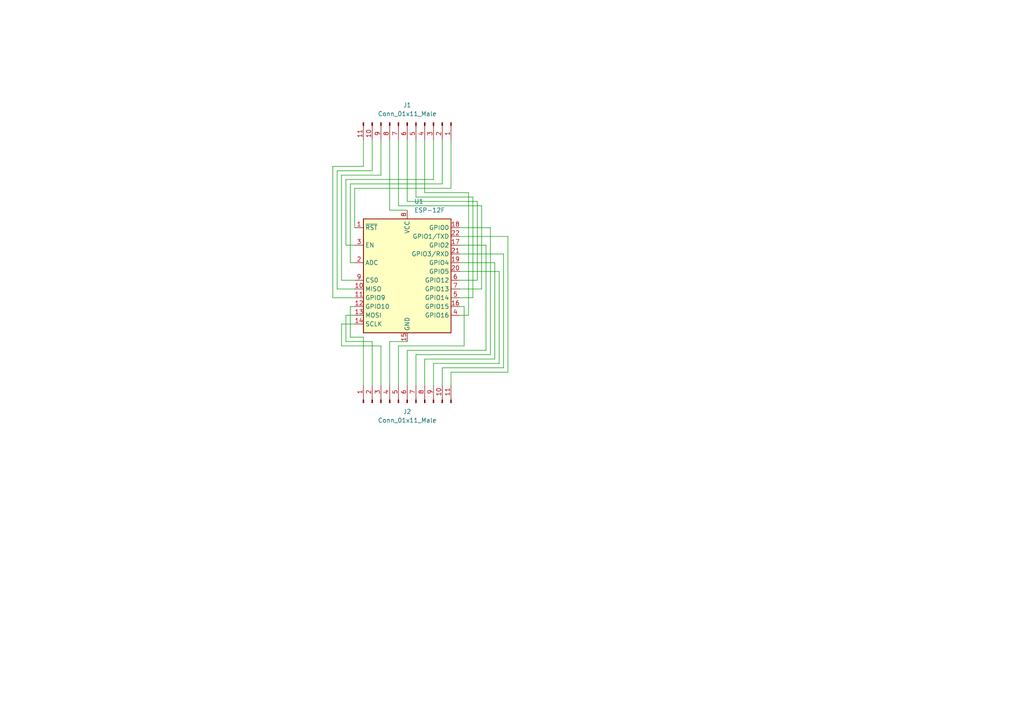
<source format=kicad_sch>
(kicad_sch (version 20211123) (generator eeschema)
  (paper "A4")
  (lib_symbols
    (symbol "Connector:Conn_01x11_Male" (pin_names (offset 1.016) hide)
      (property "Reference" "J" (at 0 15.24 0))
      (property "Value" "Conn_01x11_Male" (at 0 -15.24 0))
      (symbol "Conn_01x11_Male_1_1"
        (polyline (pts (xy 1.27 -12.7) (xy 0.8636 -12.7)) (stroke (width 0.1524)))
        (polyline (pts (xy 1.27 -10.16) (xy 0.8636 -10.16)) (stroke (width 0.1524)))
        (polyline (pts (xy 1.27 -7.62) (xy 0.8636 -7.62)) (stroke (width 0.1524)))
        (polyline (pts (xy 1.27 -5.08) (xy 0.8636 -5.08)) (stroke (width 0.1524)))
        (polyline (pts (xy 1.27 -2.54) (xy 0.8636 -2.54)) (stroke (width 0.1524)))
        (polyline (pts (xy 1.27 0) (xy 0.8636 0)) (stroke (width 0.1524)))
        (polyline (pts (xy 1.27 2.54) (xy 0.8636 2.54)) (stroke (width 0.1524)))
        (polyline (pts (xy 1.27 5.08) (xy 0.8636 5.08)) (stroke (width 0.1524)))
        (polyline (pts (xy 1.27 7.62) (xy 0.8636 7.62)) (stroke (width 0.1524)))
        (polyline (pts (xy 1.27 10.16) (xy 0.8636 10.16)) (stroke (width 0.1524)))
        (polyline (pts (xy 1.27 12.7) (xy 0.8636 12.7)) (stroke (width 0.1524)))
        (rectangle (start 0.8636 -12.573) (end 0 -12.827) (stroke (width 0.1524)) (fill (type outline)))
        (rectangle (start 0.8636 -10.033) (end 0 -10.287) (stroke (width 0.1524)) (fill (type outline)))
        (rectangle (start 0.8636 -7.493) (end 0 -7.747) (stroke (width 0.1524)) (fill (type outline)))
        (rectangle (start 0.8636 -4.953) (end 0 -5.207) (stroke (width 0.1524)) (fill (type outline)))
        (rectangle (start 0.8636 -2.413) (end 0 -2.667) (stroke (width 0.1524)) (fill (type outline)))
        (rectangle (start 0.8636 0.127) (end 0 -0.127) (stroke (width 0.1524)) (fill (type outline)))
        (rectangle (start 0.8636 2.667) (end 0 2.413) (stroke (width 0.1524)) (fill (type outline)))
        (rectangle (start 0.8636 5.207) (end 0 4.953) (stroke (width 0.1524)) (fill (type outline)))
        (rectangle (start 0.8636 7.747) (end 0 7.493) (stroke (width 0.1524)) (fill (type outline)))
        (rectangle (start 0.8636 10.287) (end 0 10.033) (stroke (width 0.1524)) (fill (type outline)))
        (rectangle (start 0.8636 12.827) (end 0 12.573) (stroke (width 0.1524)) (fill (type outline)))
        (pin passive line (at 5.08 12.7 180) (length 3.81) (name "Pin_1") (number "1"))
        (pin passive line (at 5.08 -10.16 180) (length 3.81) (name "Pin_10") (number "10"))
        (pin passive line (at 5.08 -12.7 180) (length 3.81) (name "Pin_11") (number "11"))
        (pin passive line (at 5.08 10.16 180) (length 3.81) (name "Pin_2") (number "2"))
        (pin passive line (at 5.08 7.62 180) (length 3.81) (name "Pin_3") (number "3"))
        (pin passive line (at 5.08 5.08 180) (length 3.81) (name "Pin_4") (number "4"))
        (pin passive line (at 5.08 2.54 180) (length 3.81) (name "Pin_5") (number "5"))
        (pin passive line (at 5.08 0 180) (length 3.81) (name "Pin_6") (number "6"))
        (pin passive line (at 5.08 -2.54 180) (length 3.81) (name "Pin_7") (number "7"))
        (pin passive line (at 5.08 -5.08 180) (length 3.81) (name "Pin_8") (number "8"))
        (pin passive line (at 5.08 -7.62 180) (length 3.81) (name "Pin_9") (number "9"))
      )
    )
    (symbol "RF_Module:ESP-12F"
      (property "Reference" "U" (at -12.7 19.05 0))
      (property "Value" "ESP-12F" (at 12.7 19.05 0))
      (symbol "ESP-12F_0_1"
        (rectangle (start -12.7 17.78) (end 12.7 -15.24) (stroke (width 0.254)) (fill (type background)))
      )
      (symbol "ESP-12F_1_1"
        (pin input line (at -15.24 15.24 0) (length 2.54) (name "~{RST}") (number "1"))
        (pin bidirectional line (at -15.24 -2.54 0) (length 2.54) (name "MISO") (number "10"))
        (pin bidirectional line (at -15.24 -5.08 0) (length 2.54) (name "GPIO9") (number "11"))
        (pin bidirectional line (at -15.24 -7.62 0) (length 2.54) (name "GPIO10") (number "12"))
        (pin bidirectional line (at -15.24 -10.16 0) (length 2.54) (name "MOSI") (number "13"))
        (pin bidirectional line (at -15.24 -12.7 0) (length 2.54) (name "SCLK") (number "14"))
        (pin power_in line (at 0 -17.78 90) (length 2.54) (name "GND") (number "15"))
        (pin bidirectional line (at 15.24 -7.62 180) (length 2.54) (name "GPIO15") (number "16"))
        (pin bidirectional line (at 15.24 10.16 180) (length 2.54) (name "GPIO2") (number "17"))
        (pin bidirectional line (at 15.24 15.24 180) (length 2.54) (name "GPIO0") (number "18"))
        (pin bidirectional line (at 15.24 5.08 180) (length 2.54) (name "GPIO4") (number "19"))
        (pin input line (at -15.24 5.08 0) (length 2.54) (name "ADC") (number "2"))
        (pin bidirectional line (at 15.24 2.54 180) (length 2.54) (name "GPIO5") (number "20"))
        (pin bidirectional line (at 15.24 7.62 180) (length 2.54) (name "GPIO3/RXD") (number "21"))
        (pin bidirectional line (at 15.24 12.7 180) (length 2.54) (name "GPIO1/TXD") (number "22"))
        (pin input line (at -15.24 10.16 0) (length 2.54) (name "EN") (number "3"))
        (pin bidirectional line (at 15.24 -10.16 180) (length 2.54) (name "GPIO16") (number "4"))
        (pin bidirectional line (at 15.24 -5.08 180) (length 2.54) (name "GPIO14") (number "5"))
        (pin bidirectional line (at 15.24 0 180) (length 2.54) (name "GPIO12") (number "6"))
        (pin bidirectional line (at 15.24 -2.54 180) (length 2.54) (name "GPIO13") (number "7"))
        (pin power_in line (at 0 20.32 270) (length 2.54) (name "VCC") (number "8"))
        (pin input line (at -15.24 0 0) (length 2.54) (name "CS0") (number "9"))
      )
    )
  )
  (wire (pts (xy 102.87 91.44) (xy 100.33 91.44)))
  (wire (pts (xy 133.35 71.12) (xy 140.97 71.12)))
  (wire (pts (xy 130.81 54.61) (xy 130.81 40.64)))
  (wire (pts (xy 135.89 91.44) (xy 135.89 55.88)))
  (wire (pts (xy 110.49 100.33) (xy 110.49 111.76)))
  (wire (pts (xy 134.62 100.33) (xy 115.57 100.33)))
  (wire (pts (xy 133.35 78.74) (xy 144.78 78.74)))
  (wire (pts (xy 133.35 86.36) (xy 137.16 86.36)))
  (wire (pts (xy 113.03 99.06) (xy 113.03 111.76)))
  (wire (pts (xy 100.33 52.07) (xy 125.73 52.07)))
  (wire (pts (xy 144.78 78.74) (xy 144.78 105.41)))
  (wire (pts (xy 125.73 52.07) (xy 125.73 40.64)))
  (wire (pts (xy 101.6 76.2) (xy 101.6 53.34)))
  (wire (pts (xy 99.06 81.28) (xy 99.06 50.8)))
  (wire (pts (xy 110.49 50.8) (xy 110.49 40.64)))
  (wire (pts (xy 133.35 68.58) (xy 147.32 68.58)))
  (wire (pts (xy 115.57 59.69) (xy 115.57 40.64)))
  (wire (pts (xy 120.65 102.87) (xy 120.65 111.76)))
  (wire (pts (xy 102.87 88.9) (xy 101.6 88.9)))
  (wire (pts (xy 118.11 58.42) (xy 138.43 58.42)))
  (wire (pts (xy 142.24 102.87) (xy 120.65 102.87)))
  (wire (pts (xy 133.35 76.2) (xy 143.51 76.2)))
  (wire (pts (xy 137.16 57.15) (xy 120.65 57.15)))
  (wire (pts (xy 100.33 99.06) (xy 107.95 99.06)))
  (wire (pts (xy 115.57 100.33) (xy 115.57 111.76)))
  (wire (pts (xy 101.6 53.34) (xy 128.27 53.34)))
  (wire (pts (xy 133.35 88.9) (xy 134.62 88.9)))
  (wire (pts (xy 99.06 93.98) (xy 99.06 100.33)))
  (wire (pts (xy 143.51 76.2) (xy 143.51 104.14)))
  (wire (pts (xy 96.52 86.36) (xy 96.52 48.26)))
  (wire (pts (xy 107.95 49.53) (xy 107.95 40.64)))
  (wire (pts (xy 100.33 91.44) (xy 100.33 99.06)))
  (wire (pts (xy 133.35 91.44) (xy 135.89 91.44)))
  (wire (pts (xy 140.97 101.6) (xy 118.11 101.6)))
  (wire (pts (xy 128.27 106.68) (xy 128.27 111.76)))
  (wire (pts (xy 123.19 55.88) (xy 123.19 40.64)))
  (wire (pts (xy 133.35 83.82) (xy 139.7 83.82)))
  (wire (pts (xy 128.27 53.34) (xy 128.27 40.64)))
  (wire (pts (xy 102.87 83.82) (xy 97.79 83.82)))
  (wire (pts (xy 146.05 73.66) (xy 146.05 106.68)))
  (wire (pts (xy 101.6 88.9) (xy 101.6 97.79)))
  (wire (pts (xy 147.32 107.95) (xy 130.81 107.95)))
  (wire (pts (xy 107.95 99.06) (xy 107.95 111.76)))
  (wire (pts (xy 102.87 81.28) (xy 99.06 81.28)))
  (wire (pts (xy 118.11 58.42) (xy 118.11 40.64)))
  (wire (pts (xy 96.52 48.26) (xy 105.41 48.26)))
  (wire (pts (xy 102.87 71.12) (xy 100.33 71.12)))
  (wire (pts (xy 105.41 48.26) (xy 105.41 40.64)))
  (wire (pts (xy 134.62 88.9) (xy 134.62 100.33)))
  (wire (pts (xy 137.16 86.36) (xy 137.16 57.15)))
  (wire (pts (xy 118.11 101.6) (xy 118.11 111.76)))
  (wire (pts (xy 123.19 104.14) (xy 123.19 111.76)))
  (wire (pts (xy 102.87 93.98) (xy 99.06 93.98)))
  (wire (pts (xy 102.87 86.36) (xy 96.52 86.36)))
  (wire (pts (xy 120.65 57.15) (xy 120.65 40.64)))
  (wire (pts (xy 143.51 104.14) (xy 123.19 104.14)))
  (wire (pts (xy 102.87 66.04) (xy 102.87 54.61)))
  (wire (pts (xy 100.33 71.12) (xy 100.33 52.07)))
  (wire (pts (xy 105.41 97.79) (xy 105.41 111.76)))
  (wire (pts (xy 99.06 100.33) (xy 110.49 100.33)))
  (wire (pts (xy 118.11 60.96) (xy 113.03 60.96)))
  (wire (pts (xy 118.11 99.06) (xy 113.03 99.06)))
  (wire (pts (xy 102.87 76.2) (xy 101.6 76.2)))
  (wire (pts (xy 113.03 60.96) (xy 113.03 40.64)))
  (wire (pts (xy 130.81 107.95) (xy 130.81 111.76)))
  (wire (pts (xy 133.35 66.04) (xy 142.24 66.04)))
  (wire (pts (xy 102.87 54.61) (xy 130.81 54.61)))
  (wire (pts (xy 147.32 68.58) (xy 147.32 107.95)))
  (wire (pts (xy 101.6 97.79) (xy 105.41 97.79)))
  (wire (pts (xy 133.35 81.28) (xy 138.43 81.28)))
  (wire (pts (xy 133.35 73.66) (xy 146.05 73.66)))
  (wire (pts (xy 138.43 81.28) (xy 138.43 58.42)))
  (wire (pts (xy 139.7 83.82) (xy 139.7 59.69)))
  (wire (pts (xy 97.79 49.53) (xy 107.95 49.53)))
  (wire (pts (xy 142.24 66.04) (xy 142.24 102.87)))
  (wire (pts (xy 97.79 83.82) (xy 97.79 49.53)))
  (wire (pts (xy 146.05 106.68) (xy 128.27 106.68)))
  (wire (pts (xy 99.06 50.8) (xy 110.49 50.8)))
  (wire (pts (xy 144.78 105.41) (xy 125.73 105.41)))
  (wire (pts (xy 125.73 105.41) (xy 125.73 111.76)))
  (wire (pts (xy 135.89 55.88) (xy 123.19 55.88)))
  (wire (pts (xy 140.97 71.12) (xy 140.97 101.6)))
  (wire (pts (xy 139.7 59.69) (xy 115.57 59.69)))
  (symbol (lib_id "RF_Module:ESP-12F") (at 118.11 81.28 0) (unit 1)
    (property "Reference" "U1" (at 120.1294 58.42 0) (effects (justify left)))
    (property "Value" "ESP-12F" (at 120.1294 60.96 0) (effects (justify left)))
    (property "Footprint" "RF_Module:ESP-12E" (effects hide))
    (property "Datasheet" "http://wiki.ai-thinker.com/_media/esp8266/esp8266_series_modules_user_manual_v1.1.pdf" (effects hide))
  )
  (symbol (lib_id "Connector:Conn_01x11_Male") (at 118.11 35.56 270) (unit 1)
    (property "Reference" "J1" (at 118.11 30.48 90))
    (property "Value" "Conn_01x11_Male" (at 118.11 33.02 90))
    (property "Footprint" "Connector_PinHeader_2.54mm:PinHeader_1x11_P2.54mm_Vertical" (effects hide))
  )
  (symbol (lib_id "Connector:Conn_01x11_Male") (at 118.11 116.84 90) (unit 1)
    (property "Reference" "J2" (at 118.11 119.38 90))
    (property "Value" "Conn_01x11_Male" (at 118.11 121.92 90))
    (property "Footprint" "Connector_PinHeader_2.54mm:PinHeader_1x11_P2.54mm_Vertical" (effects hide))
  )
)
</source>
